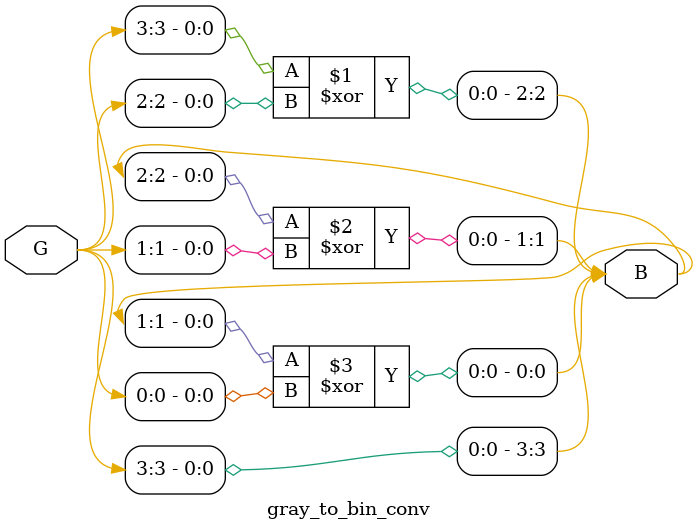
<source format=v>
module gray_to_bin_conv (G, B);

input  [3:0] G;
output [3:0] B;

assign B[3] = G[3];
assign B[2] = B[3] ^ G[2]; 
assign B[1] = B[2] ^ G[1]; 
assign B[0] = B[1] ^ G[0];

endmodule
</source>
